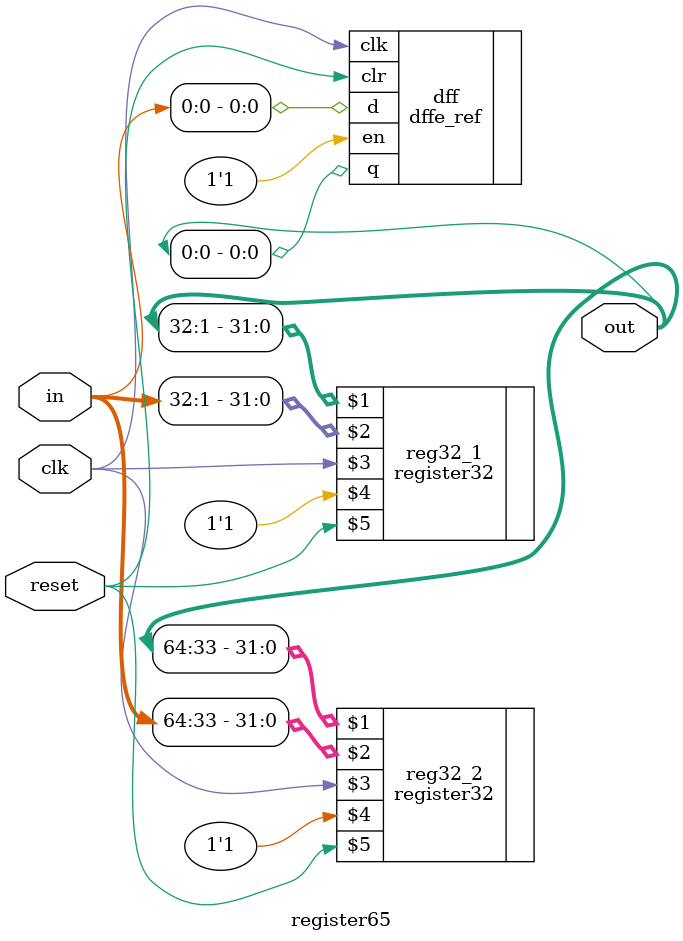
<source format=v>
module register65(out, in, clk, reset);
    input [64:0] in;
    input clk, reset;
    output [64:0] out;

    dffe_ref  dff(.q(out[0]), .d(in[0]), .clk(clk), .en(1'b1), .clr(reset));
    register32 reg32_1 (out[32:1], in[32:1], clk, 1'b1, reset);
    register32 reg32_2 (out[64:33], in[64:33], clk, 1'b1, reset);
endmodule

</source>
